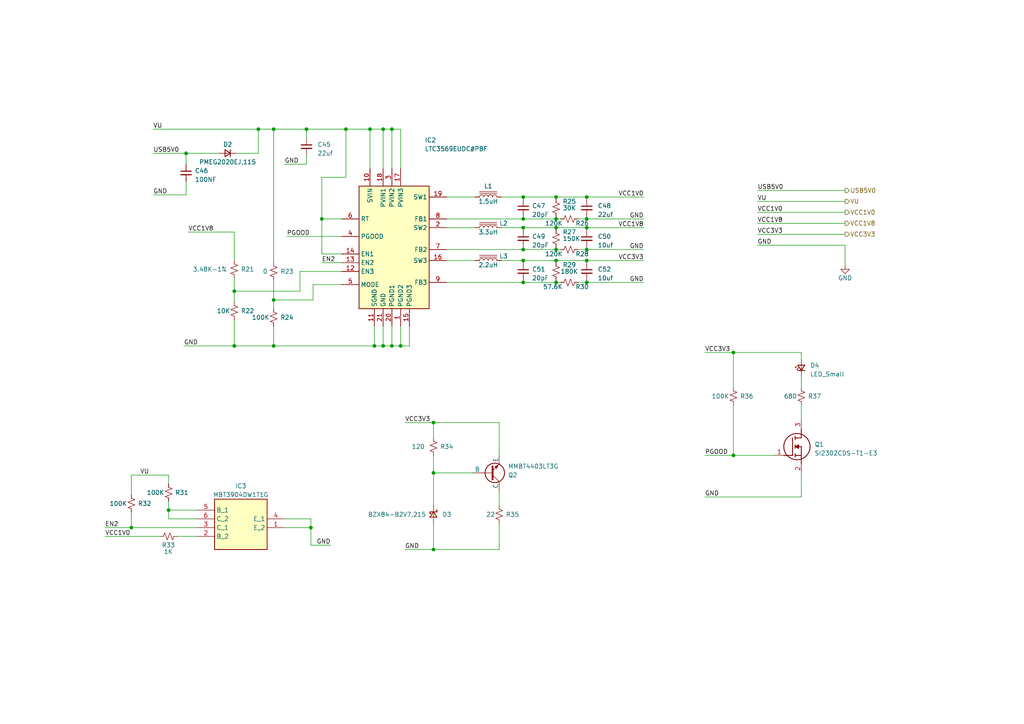
<source format=kicad_sch>
(kicad_sch (version 20230121) (generator eeschema)
  (paper "A4")
  (lib_symbols
    (symbol "Device:C_Small" (pin_numbers hide) (pin_names (offset 0.254) hide)
      (property "Reference" "C" (at 0.254 1.778 0))
      (property "Value" "C_Small" (at 0.254 -2.032 0))
      (symbol "C_Small_0_1"
        (polyline (pts (xy -1.524 -0.508) (xy 1.524 -0.508)) (stroke (width 0.3302)))
        (polyline (pts (xy -1.524 0.508) (xy 1.524 0.508)) (stroke (width 0.3048)))
      )
      (symbol "C_Small_1_1"
        (pin passive line (at 0 2.54 270) (length 2.032) (name "~") (number "1"))
        (pin passive line (at 0 -2.54 90) (length 2.032) (name "~") (number "2"))
      )
    )
    (symbol "Device:D_Schottky_Small" (pin_numbers hide) (pin_names (offset 0.254) hide)
      (property "Reference" "D3" (at 0 2.54 90))
      (property "Value" "BZX84-B2V7,215" (at 0 -19.05 90))
      (symbol "D_Schottky_Small_0_1"
        (polyline (pts (xy -0.762 0) (xy 0.762 0)))
        (polyline (pts (xy -1.27 0.762) (xy -1.27 1.016) (xy -0.762 1.016) (xy -0.762 -1.016) (xy -0.254 -1.016) (xy -0.254 -0.762)) (stroke (width 0.254)))
      )
      (symbol "D_Schottky_Small_1_1"
        (polyline (pts (xy 0.762 -1.016) (xy -0.762 0) (xy 0.762 1.016) (xy 0.762 -1.016)) (stroke (width 0.254)) (fill (type background)))
        (pin passive line (at -2.54 0 0) (length 1.778) (name "K") (number "1"))
        (pin passive line (at 2.54 0 180) (length 1.778) (name "A") (number "2"))
      )
    )
    (symbol "Device:D_Small" (pin_numbers hide) (pin_names (offset 0.254) hide)
      (property "Reference" "D" (at -1.27 2.032 0))
      (property "Value" "D_Small" (at -3.81 -2.032 0))
      (symbol "D_Small_0_1"
        (polyline (pts (xy -0.762 -1.016) (xy -0.762 1.016)) (stroke (width 0.254)))
        (polyline (pts (xy -0.762 0) (xy 0.762 0)))
        (polyline (pts (xy 0.762 -1.016) (xy -0.762 0) (xy 0.762 1.016) (xy 0.762 -1.016)) (stroke (width 0.254)))
      )
      (symbol "D_Small_1_1"
        (pin passive line (at -2.54 0 0) (length 1.778) (name "K") (number "1"))
        (pin passive line (at 2.54 0 180) (length 1.778) (name "A") (number "2"))
      )
    )
    (symbol "Device:LED_Small" (pin_numbers hide) (pin_names (offset 0.254) hide)
      (property "Reference" "D" (at -1.27 3.175 0))
      (property "Value" "LED_Small" (at -4.445 -2.54 0))
      (symbol "LED_Small_0_1"
        (polyline (pts (xy -0.762 -1.016) (xy -0.762 1.016)) (stroke (width 0.254)))
        (polyline (pts (xy 1.016 0) (xy -0.762 0)))
        (polyline (pts (xy 0.762 -1.016) (xy -0.762 0) (xy 0.762 1.016) (xy 0.762 -1.016)) (stroke (width 0.254)))
        (polyline (pts (xy 0 0.762) (xy -0.508 1.27) (xy -0.254 1.27) (xy -0.508 1.27) (xy -0.508 1.016)))
        (polyline (pts (xy 0.508 1.27) (xy 0 1.778) (xy 0.254 1.778) (xy 0 1.778) (xy 0 1.524)))
      )
      (symbol "LED_Small_1_1"
        (pin passive line (at -2.54 0 0) (length 1.778) (name "K") (number "1"))
        (pin passive line (at 2.54 0 180) (length 1.778) (name "A") (number "2"))
      )
    )
    (symbol "Device:L_Iron" (pin_numbers hide) (pin_names (offset 1.016) hide)
      (property "Reference" "L" (at -1.27 0 90))
      (property "Value" "L_Iron" (at 2.794 0 90))
      (symbol "L_Iron_0_1"
        (arc (start 0 -2.54) (mid 0.6323 -1.905) (end 0 -1.27))
        (arc (start 0 -1.27) (mid 0.6323 -0.635) (end 0 0))
        (polyline (pts (xy 1.016 2.54) (xy 1.016 -2.54)))
        (polyline (pts (xy 1.524 -2.54) (xy 1.524 2.54)))
        (arc (start 0 0) (mid 0.6323 0.635) (end 0 1.27))
        (arc (start 0 1.27) (mid 0.6323 1.905) (end 0 2.54))
      )
      (symbol "L_Iron_1_1"
        (pin passive line (at 0 3.81 270) (length 1.27) (name "1") (number "1"))
        (pin passive line (at 0 -3.81 90) (length 1.27) (name "2") (number "2"))
      )
    )
    (symbol "Device:R_Small_US" (pin_numbers hide) (pin_names (offset 0.254) hide)
      (property "Reference" "R" (at 0.762 0.508 0))
      (property "Value" "R_Small_US" (at 0.762 -1.016 0))
      (symbol "R_Small_US_1_1"
        (polyline (pts (xy 0 0) (xy 1.016 -0.381) (xy 0 -0.762) (xy -1.016 -1.143) (xy 0 -1.524)))
        (polyline (pts (xy 0 1.524) (xy 1.016 1.143) (xy 0 0.762) (xy -1.016 0.381) (xy 0 0)))
        (pin passive line (at 0 2.54 270) (length 1.016) (name "~") (number "1"))
        (pin passive line (at 0 -2.54 90) (length 1.016) (name "~") (number "2"))
      )
    )
    (symbol "SamacSys_Parts:LTC3569EUDC#PBF"
      (property "Reference" "IC2" (at 24.13 26.035 0))
      (property "Value" "LTC3569EUDC#PBF" (at 24.13 23.495 0))
      (symbol "LTC3569EUDC#PBF_1_1"
        (rectangle (start 5.08 12.7) (end 25.4 -22.86) (stroke (width 0.254)) (fill (type background)))
        (pin passive line (at 17.145 -27.94 90) (length 5.08) (name "PGND2") (number "1"))
        (pin passive line (at 8.255 17.78 270) (length 5.08) (name "SVIN") (number "10"))
        (pin passive line (at 9.525 -27.94 90) (length 5.08) (name "SGND") (number "11"))
        (pin passive line (at 0 -12.065 0) (length 5.08) (name "EN3") (number "12"))
        (pin passive line (at 0 -9.525 0) (length 5.08) (name "EN2") (number "13"))
        (pin passive line (at 0 -6.985 0) (length 5.08) (name "EN1") (number "14"))
        (pin passive line (at 19.685 -27.94 90) (length 5.08) (name "PGND3") (number "15"))
        (pin passive line (at 30.48 -8.89 180) (length 5.08) (name "SW3") (number "16"))
        (pin passive line (at 17.145 17.78 270) (length 5.08) (name "PVIN3") (number "17"))
        (pin passive line (at 12.065 17.78 270) (length 5.08) (name "PVIN1") (number "18"))
        (pin passive line (at 30.48 9.525 180) (length 5.08) (name "SW1") (number "19"))
        (pin passive line (at 30.48 0.635 180) (length 5.08) (name "SW2") (number "2"))
        (pin passive line (at 14.605 -27.94 90) (length 5.08) (name "PGND1") (number "20"))
        (pin passive line (at 12.065 -27.94 90) (length 5.08) (name "GND") (number "21"))
        (pin passive line (at 14.605 17.78 270) (length 5.08) (name "PVIN2") (number "3"))
        (pin passive line (at 0 -1.905 0) (length 5.08) (name "PGOOD") (number "4"))
        (pin passive line (at 0 -15.875 0) (length 5.08) (name "MODE") (number "5"))
        (pin passive line (at 0 3.175 0) (length 5.08) (name "RT") (number "6"))
        (pin passive line (at 30.48 -5.715 180) (length 5.08) (name "FB2") (number "7"))
        (pin passive line (at 30.48 3.175 180) (length 5.08) (name "FB1") (number "8"))
        (pin passive line (at 30.48 -15.24 180) (length 5.08) (name "FB3") (number "9"))
      )
    )
    (symbol "SamacSys_Parts:MBT3904DW1T1G"
      (property "Reference" "IC3" (at 12.7 6.35 0))
      (property "Value" "MBT3904DW1T1G" (at 12.7 3.81 0))
      (symbol "MBT3904DW1T1G_1_1"
        (rectangle (start 5.08 2.54) (end 20.32 -12.065) (stroke (width 0.254)) (fill (type background)))
        (pin passive line (at 25.4 -5.715 180) (length 5.08) (name "E_2") (number "1"))
        (pin passive line (at 0 -8.255 0) (length 5.08) (name "B_2") (number "2"))
        (pin passive line (at 0 -5.715 0) (length 5.08) (name "C_1") (number "3"))
        (pin passive line (at 25.4 -3.175 180) (length 5.08) (name "E_1") (number "4"))
        (pin passive line (at 0 -0.635 0) (length 5.08) (name "B_1") (number "5"))
        (pin passive line (at 0 -3.175 0) (length 5.08) (name "C_2") (number "6"))
      )
    )
    (symbol "SamacSys_Parts:SI2302CDS-T1-E3" (pin_names hide)
      (property "Reference" "Q" (at 11.43 3.81 0))
      (property "Value" "SI2302CDS-T1-E3" (at 11.43 1.27 0))
      (symbol "SI2302CDS-T1-E3_1_1"
        (polyline (pts (xy 2.54 0) (xy 5.08 0)) (stroke (width 0.254)))
        (polyline (pts (xy 5.08 5.08) (xy 5.08 0)) (stroke (width 0.254)))
        (polyline (pts (xy 5.842 -0.508) (xy 5.842 0.508)) (stroke (width 0.254)))
        (polyline (pts (xy 5.842 0) (xy 7.62 0)) (stroke (width 0.254)))
        (polyline (pts (xy 5.842 2.032) (xy 5.842 3.048)) (stroke (width 0.254)))
        (polyline (pts (xy 5.842 5.588) (xy 5.842 4.572)) (stroke (width 0.254)))
        (polyline (pts (xy 7.62 2.54) (xy 5.842 2.54)) (stroke (width 0.254)))
        (polyline (pts (xy 7.62 2.54) (xy 7.62 -2.54)) (stroke (width 0.254)))
        (polyline (pts (xy 7.62 5.08) (xy 5.842 5.08)) (stroke (width 0.254)))
        (polyline (pts (xy 7.62 5.08) (xy 7.62 7.62)) (stroke (width 0.254)))
        (polyline (pts (xy 5.842 2.54) (xy 6.858 3.048) (xy 6.858 2.032) (xy 5.842 2.54)) (stroke (width 0.254)) (fill (type outline)))
        (circle (center 6.35 2.54) (radius 3.81) (stroke (width 0.254)))
        (pin passive line (at 0 0 0) (length 2.54) (name "G") (number "1"))
        (pin passive line (at 7.62 -5.08 90) (length 2.54) (name "S") (number "2"))
        (pin passive line (at 7.62 10.16 270) (length 2.54) (name "D") (number "3"))
      )
    )
    (symbol "Simulation_SPICE:NPN" (pin_numbers hide) (pin_names (offset 0))
      (property "Reference" "Q2" (at 5.08 0.635 0))
      (property "Value" "NPN" (at 5.08 -1.905 0))
      (symbol "NPN_0_1"
        (polyline (pts (xy -2.54 0) (xy 0.635 0)) (stroke (width 0.1524)))
        (polyline (pts (xy 0.635 0.635) (xy 2.54 2.54)))
        (polyline (pts (xy 2.794 -1.27) (xy 2.794 -1.27)) (stroke (width 0.1524)))
        (polyline (pts (xy 2.794 -1.27) (xy 2.794 -1.27)) (stroke (width 0.1524)))
        (polyline (pts (xy 0.635 -0.635) (xy 2.54 -2.54) (xy 2.54 -2.54)))
        (polyline (pts (xy 0.635 1.905) (xy 0.635 -1.905) (xy 0.635 -1.905)) (stroke (width 0.508)))
        (polyline (pts (xy 1.27 -1.778) (xy 1.778 -1.27) (xy 2.286 -2.286) (xy 1.27 -1.778) (xy 1.27 -1.778)) (fill (type outline)))
        (circle (center 1.27 0) (radius 2.8194) (stroke (width 0.254)))
      )
      (symbol "NPN_1_1"
        (pin input line (at -5.08 0 0) (length 2.54) (name "B") (number "1"))
        (pin open_emitter line (at 2.54 -5.08 90) (length 2.54) (name "E") (number "2"))
        (pin open_collector line (at 2.54 5.08 270) (length 2.54) (name "C") (number "3"))
      )
    )
    (symbol "power:GND" (power) (pin_names (offset 0))
      (property "Value" "GND" (at 0 -3.81 0))
      (symbol "GND_0_1"
        (polyline (pts (xy 0 0) (xy 0 -1.27) (xy 1.27 -1.27) (xy 0 -2.54) (xy -1.27 -1.27) (xy 0 -1.27)))
      )
      (symbol "GND_1_1"
        (pin power_in line (at 0 0 270) (length 0) hide (name "GND") (number "1"))
      )
    )
  )
  (junction (at 88.9 37.465))
  (junction (at 108.585 100.33))
  (junction (at 107.315 37.465))
  (junction (at 90.17 153.035))
  (junction (at 79.375 100.33))
  (junction (at 151.765 72.39))
  (junction (at 212.725 102.235))
  (junction (at 38.1 153.035))
  (junction (at 111.125 100.33))
  (junction (at 170.18 57.15))
  (junction (at 161.29 75.565))
  (junction (at 151.765 66.04))
  (junction (at 67.945 100.33))
  (junction (at 170.18 81.915))
  (junction (at 79.375 37.465))
  (junction (at 161.29 81.915))
  (junction (at 125.73 122.555))
  (junction (at 161.29 72.39))
  (junction (at 125.73 137.16))
  (junction (at 212.725 132.08))
  (junction (at 151.765 75.565))
  (junction (at 67.945 84.455))
  (junction (at 151.765 63.5))
  (junction (at 48.895 147.955))
  (junction (at 113.665 100.33))
  (junction (at 161.29 66.04))
  (junction (at 125.73 159.385))
  (junction (at 116.205 100.33))
  (junction (at 53.975 44.45))
  (junction (at 111.125 37.465))
  (junction (at 161.29 63.5))
  (junction (at 170.18 72.39))
  (junction (at 170.18 75.565))
  (junction (at 151.765 81.915))
  (junction (at 170.18 66.04))
  (junction (at 161.29 57.15))
  (junction (at 113.665 37.465))
  (junction (at 170.18 63.5))
  (junction (at 100.33 37.465))
  (junction (at 93.345 63.5))
  (junction (at 74.93 37.465))
  (junction (at 79.375 86.995))
  (junction (at 151.765 57.15))
  (wire (pts (xy 219.71 67.945) (xy 245.11 67.945)))
  (wire (pts (xy 86.995 78.74) (xy 86.995 84.455)))
  (wire (pts (xy 145.415 75.565) (xy 151.765 75.565)))
  (wire (pts (xy 48.895 137.795) (xy 38.1 137.795)))
  (wire (pts (xy 93.345 51.435) (xy 100.33 51.435)))
  (wire (pts (xy 125.73 122.555) (xy 144.78 122.555)))
  (wire (pts (xy 161.29 75.565) (xy 161.29 76.2)))
  (wire (pts (xy 99.06 73.66) (xy 93.345 73.66)))
  (wire (pts (xy 144.78 159.385) (xy 144.78 151.765)))
  (wire (pts (xy 161.29 72.39) (xy 162.56 72.39)))
  (wire (pts (xy 79.375 86.995) (xy 79.375 81.28)))
  (wire (pts (xy 30.48 153.035) (xy 38.1 153.035)))
  (wire (pts (xy 212.725 112.395) (xy 212.725 102.235)))
  (wire (pts (xy 57.15 153.035) (xy 38.1 153.035)))
  (wire (pts (xy 219.71 61.595) (xy 245.11 61.595)))
  (wire (pts (xy 212.725 132.08) (xy 224.79 132.08)))
  (wire (pts (xy 167.64 63.5) (xy 170.18 63.5)))
  (wire (pts (xy 99.06 82.55) (xy 90.805 82.55)))
  (wire (pts (xy 219.71 55.245) (xy 245.11 55.245)))
  (wire (pts (xy 170.18 57.15) (xy 186.69 57.15)))
  (wire (pts (xy 93.345 63.5) (xy 93.345 51.435)))
  (wire (pts (xy 204.47 132.08) (xy 212.725 132.08)))
  (wire (pts (xy 67.945 84.455) (xy 67.945 87.63)))
  (wire (pts (xy 144.78 142.24) (xy 144.78 146.685)))
  (wire (pts (xy 88.9 45.085) (xy 88.9 47.625)))
  (wire (pts (xy 232.41 144.145) (xy 232.41 137.16)))
  (wire (pts (xy 167.64 72.39) (xy 170.18 72.39)))
  (wire (pts (xy 51.435 155.575) (xy 57.15 155.575)))
  (wire (pts (xy 129.54 66.04) (xy 137.795 66.04)))
  (wire (pts (xy 219.71 64.77) (xy 245.11 64.77)))
  (wire (pts (xy 219.71 58.42) (xy 245.11 58.42)))
  (wire (pts (xy 170.18 66.04) (xy 186.69 66.04)))
  (wire (pts (xy 170.18 75.565) (xy 170.18 76.2)))
  (wire (pts (xy 161.29 57.15) (xy 161.29 57.785)))
  (wire (pts (xy 170.18 81.915) (xy 186.69 81.915)))
  (wire (pts (xy 161.29 81.915) (xy 162.56 81.915)))
  (wire (pts (xy 151.765 66.04) (xy 161.29 66.04)))
  (wire (pts (xy 93.345 76.2) (xy 99.06 76.2)))
  (wire (pts (xy 111.125 37.465) (xy 111.125 48.895)))
  (wire (pts (xy 125.73 159.385) (xy 144.78 159.385)))
  (wire (pts (xy 100.33 51.435) (xy 100.33 37.465)))
  (wire (pts (xy 151.765 62.865) (xy 151.765 63.5)))
  (wire (pts (xy 212.725 102.235) (xy 204.47 102.235)))
  (wire (pts (xy 151.765 81.28) (xy 151.765 81.915)))
  (wire (pts (xy 116.205 100.33) (xy 116.205 94.615)))
  (wire (pts (xy 79.375 94.615) (xy 79.375 100.33)))
  (wire (pts (xy 167.64 81.915) (xy 170.18 81.915)))
  (wire (pts (xy 44.45 37.465) (xy 74.93 37.465)))
  (wire (pts (xy 108.585 100.33) (xy 111.125 100.33)))
  (wire (pts (xy 79.375 86.995) (xy 79.375 89.535)))
  (wire (pts (xy 161.29 72.39) (xy 161.29 71.755)))
  (wire (pts (xy 170.18 72.39) (xy 186.69 72.39)))
  (wire (pts (xy 48.895 147.955) (xy 57.15 147.955)))
  (wire (pts (xy 125.73 146.685) (xy 125.73 137.16)))
  (wire (pts (xy 48.895 147.955) (xy 48.895 150.495)))
  (wire (pts (xy 170.18 57.15) (xy 170.18 57.785)))
  (wire (pts (xy 82.55 153.035) (xy 90.17 153.035)))
  (wire (pts (xy 161.29 63.5) (xy 151.765 63.5)))
  (wire (pts (xy 79.375 37.465) (xy 88.9 37.465)))
  (wire (pts (xy 232.41 102.235) (xy 232.41 104.14)))
  (wire (pts (xy 151.765 75.565) (xy 161.29 75.565)))
  (wire (pts (xy 151.765 66.04) (xy 151.765 66.675)))
  (wire (pts (xy 161.29 81.915) (xy 161.29 81.28)))
  (wire (pts (xy 232.41 117.475) (xy 232.41 121.92)))
  (wire (pts (xy 151.765 57.15) (xy 151.765 57.785)))
  (wire (pts (xy 161.29 63.5) (xy 162.56 63.5)))
  (wire (pts (xy 170.18 66.04) (xy 170.18 66.675)))
  (wire (pts (xy 99.06 78.74) (xy 86.995 78.74)))
  (wire (pts (xy 88.9 37.465) (xy 100.33 37.465)))
  (wire (pts (xy 117.475 122.555) (xy 125.73 122.555)))
  (wire (pts (xy 67.945 75.565) (xy 67.945 67.31)))
  (wire (pts (xy 38.1 153.035) (xy 38.1 148.59)))
  (wire (pts (xy 129.54 81.915) (xy 151.765 81.915)))
  (wire (pts (xy 86.995 84.455) (xy 67.945 84.455)))
  (wire (pts (xy 145.415 57.15) (xy 151.765 57.15)))
  (wire (pts (xy 125.73 137.16) (xy 137.16 137.16)))
  (wire (pts (xy 129.54 63.5) (xy 151.765 63.5)))
  (wire (pts (xy 116.205 37.465) (xy 116.205 48.895)))
  (wire (pts (xy 145.415 66.04) (xy 151.765 66.04)))
  (wire (pts (xy 212.725 117.475) (xy 212.725 132.08)))
  (wire (pts (xy 204.47 144.145) (xy 232.41 144.145)))
  (wire (pts (xy 83.185 68.58) (xy 99.06 68.58)))
  (wire (pts (xy 107.315 37.465) (xy 111.125 37.465)))
  (wire (pts (xy 53.34 100.33) (xy 67.945 100.33)))
  (wire (pts (xy 161.29 72.39) (xy 151.765 72.39)))
  (wire (pts (xy 90.17 158.115) (xy 95.885 158.115)))
  (wire (pts (xy 63.5 44.45) (xy 53.975 44.45)))
  (wire (pts (xy 113.665 100.33) (xy 113.665 94.615)))
  (wire (pts (xy 170.18 75.565) (xy 186.69 75.565)))
  (wire (pts (xy 161.29 57.15) (xy 170.18 57.15)))
  (wire (pts (xy 79.375 100.33) (xy 108.585 100.33)))
  (wire (pts (xy 90.17 150.495) (xy 90.17 153.035)))
  (wire (pts (xy 53.975 52.705) (xy 53.975 56.515)))
  (wire (pts (xy 30.48 155.575) (xy 46.355 155.575)))
  (wire (pts (xy 74.93 44.45) (xy 74.93 37.465)))
  (wire (pts (xy 88.9 37.465) (xy 88.9 40.005)))
  (wire (pts (xy 100.33 37.465) (xy 107.315 37.465)))
  (wire (pts (xy 111.125 100.33) (xy 113.665 100.33)))
  (wire (pts (xy 79.375 37.465) (xy 79.375 76.2)))
  (wire (pts (xy 245.11 71.12) (xy 245.11 76.835)))
  (wire (pts (xy 151.765 57.15) (xy 161.29 57.15)))
  (wire (pts (xy 125.73 132.08) (xy 125.73 137.16)))
  (wire (pts (xy 90.805 82.55) (xy 90.805 86.995)))
  (wire (pts (xy 57.15 150.495) (xy 48.895 150.495)))
  (wire (pts (xy 170.18 81.915) (xy 170.18 81.28)))
  (wire (pts (xy 93.345 73.66) (xy 93.345 63.5)))
  (wire (pts (xy 107.315 37.465) (xy 107.315 48.895)))
  (wire (pts (xy 67.945 92.71) (xy 67.945 100.33)))
  (wire (pts (xy 44.45 44.45) (xy 53.975 44.45)))
  (wire (pts (xy 82.55 47.625) (xy 88.9 47.625)))
  (wire (pts (xy 117.475 159.385) (xy 125.73 159.385)))
  (wire (pts (xy 53.975 44.45) (xy 53.975 47.625)))
  (wire (pts (xy 125.73 151.765) (xy 125.73 159.385)))
  (wire (pts (xy 116.205 100.33) (xy 118.745 100.33)))
  (wire (pts (xy 151.765 71.755) (xy 151.765 72.39)))
  (wire (pts (xy 118.745 100.33) (xy 118.745 94.615)))
  (wire (pts (xy 125.73 127) (xy 125.73 122.555)))
  (wire (pts (xy 144.78 132.08) (xy 144.78 122.555)))
  (wire (pts (xy 129.54 57.15) (xy 137.795 57.15)))
  (wire (pts (xy 113.665 37.465) (xy 116.205 37.465)))
  (wire (pts (xy 232.41 109.22) (xy 232.41 112.395)))
  (wire (pts (xy 68.58 44.45) (xy 74.93 44.45)))
  (wire (pts (xy 170.18 72.39) (xy 170.18 71.755)))
  (wire (pts (xy 113.665 37.465) (xy 113.665 48.895)))
  (wire (pts (xy 48.895 145.415) (xy 48.895 147.955)))
  (wire (pts (xy 170.18 63.5) (xy 186.69 63.5)))
  (wire (pts (xy 161.29 63.5) (xy 161.29 62.865)))
  (wire (pts (xy 219.71 71.12) (xy 245.11 71.12)))
  (wire (pts (xy 38.1 137.795) (xy 38.1 143.51)))
  (wire (pts (xy 90.17 153.035) (xy 90.17 158.115)))
  (wire (pts (xy 212.725 102.235) (xy 232.41 102.235)))
  (wire (pts (xy 151.765 75.565) (xy 151.765 76.2)))
  (wire (pts (xy 161.29 81.915) (xy 151.765 81.915)))
  (wire (pts (xy 161.29 75.565) (xy 170.18 75.565)))
  (wire (pts (xy 113.665 100.33) (xy 116.205 100.33)))
  (wire (pts (xy 161.29 66.04) (xy 170.18 66.04)))
  (wire (pts (xy 129.54 72.39) (xy 151.765 72.39)))
  (wire (pts (xy 161.29 66.04) (xy 161.29 66.675)))
  (wire (pts (xy 111.125 100.33) (xy 111.125 94.615)))
  (wire (pts (xy 67.945 100.33) (xy 79.375 100.33)))
  (wire (pts (xy 90.805 86.995) (xy 79.375 86.995)))
  (wire (pts (xy 93.345 63.5) (xy 99.06 63.5)))
  (wire (pts (xy 170.18 63.5) (xy 170.18 62.865)))
  (wire (pts (xy 108.585 100.33) (xy 108.585 94.615)))
  (wire (pts (xy 67.945 80.645) (xy 67.945 84.455)))
  (wire (pts (xy 44.45 56.515) (xy 53.975 56.515)))
  (wire (pts (xy 54.61 67.31) (xy 67.945 67.31)))
  (wire (pts (xy 74.93 37.465) (xy 79.375 37.465)))
  (wire (pts (xy 129.54 75.565) (xy 137.795 75.565)))
  (wire (pts (xy 82.55 150.495) (xy 90.17 150.495)))
  (wire (pts (xy 48.895 140.335) (xy 48.895 137.795)))
  (wire (pts (xy 111.125 37.465) (xy 113.665 37.465)))
  (label "VCC3V3" (at 204.47 102.235 0))
  (label "GND" (at 186.69 63.5 180))
  (label "EN2" (at 30.48 153.035 0))
  (label "GND" (at 95.885 158.115 180))
  (label "GND" (at 82.55 47.625 0))
  (label "VCC1V0" (at 30.48 155.575 0))
  (label "GND" (at 186.69 72.39 180))
  (label "GND" (at 44.45 56.515 0))
  (label "VCC3V3" (at 186.69 75.565 180))
  (label "VCC1V0" (at 186.69 57.15 180))
  (label "VCC3V3" (at 219.71 67.945 0))
  (label "PGOOD" (at 83.185 68.58 0))
  (label "EN2" (at 93.345 76.2 0))
  (label "USB5V0" (at 219.71 55.245 0))
  (label "VU" (at 219.71 58.42 0))
  (label "VCC3V3" (at 117.475 122.555 0))
  (label "PGOOD" (at 204.47 132.08 0))
  (label "GND" (at 204.47 144.145 0))
  (label "GND" (at 117.475 159.385 0))
  (label "USB5V0" (at 44.45 44.45 0))
  (label "GND" (at 219.71 71.12 0))
  (label "GND" (at 53.34 100.33 0))
  (label "VU" (at 40.64 137.795 0))
  (label "VCC1V8" (at 54.61 67.31 0))
  (label "GND" (at 186.69 81.915 180))
  (label "VCC1V8" (at 219.71 64.77 0))
  (label "VCC1V8" (at 186.69 66.04 180))
  (label "VU" (at 44.45 37.465 0))
  (label "VCC1V0" (at 219.71 61.595 0))
  (hierarchical_label "VCC1V8" (shape output) (at 245.11 64.77 0))
  (hierarchical_label "VCC3V3" (shape output) (at 245.11 67.945 0))
  (hierarchical_label "USB5V0" (shape output) (at 245.11 55.245 0))
  (hierarchical_label "VU" (shape output) (at 245.11 58.42 0))
  (hierarchical_label "VCC1V0" (shape output) (at 245.11 61.595 0))
  (symbol (lib_id "Device:R_Small_US") (at 48.895 142.875 0) (unit 1)
    (property "Reference" "R31" (at 50.8 142.875 0) (effects (justify left)))
    (property "Value" "100K" (at 42.545 142.875 0) (effects (justify left)))
    (property "Footprint" "Resistor_SMD:R_0402_1005Metric_Pad0.72x0.64mm_HandSolder" (effects hide))
  )
  (symbol (lib_id "Device:R_Small_US") (at 48.895 155.575 90) (unit 1)
    (property "Reference" "R33" (at 50.8 158.115 90) (effects (justify left)))
    (property "Value" "1K" (at 50.165 160.02 90) (effects (justify left)))
    (property "Footprint" "Resistor_SMD:R_0402_1005Metric_Pad0.72x0.64mm_HandSolder" (effects hide))
  )
  (symbol (lib_id "Device:R_Small_US") (at 161.29 60.325 0) (unit 1)
    (property "Reference" "R25" (at 163.195 58.42 0) (effects (justify left)))
    (property "Value" "30K" (at 163.195 60.325 0) (effects (justify left)))
    (property "Footprint" "Resistor_SMD:R_0402_1005Metric_Pad0.72x0.64mm_HandSolder" (effects hide))
  )
  (symbol (lib_id "Device:D_Small") (at 66.04 44.45 180) (unit 1)
    (property "Reference" "D2" (at 66.04 41.91 0))
    (property "Value" "PMEG2020EJ,115" (at 66.04 46.99 0))
    (property "Footprint" "Diode_SMD:D_SOD-323F" (effects hide))
    (property "Sim.Device" "D" (effects hide))
    (property "Sim.Pins" "1=K 2=A" (effects hide))
  )
  (symbol (lib_id "Device:R_Small_US") (at 79.375 78.74 0) (unit 1)
    (property "Reference" "R23" (at 81.28 78.74 0) (effects (justify left)))
    (property "Value" "0" (at 76.2 78.74 0) (effects (justify left)))
    (property "Footprint" "Resistor_SMD:R_0402_1005Metric_Pad0.72x0.64mm_HandSolder" (effects hide))
  )
  (symbol (lib_id "Device:R_Small_US") (at 165.1 63.5 90) (unit 1)
    (property "Reference" "R26" (at 170.815 64.77 90) (effects (justify left)))
    (property "Value" "120K" (at 163.195 64.77 90) (effects (justify left)))
    (property "Footprint" "Resistor_SMD:R_0402_1005Metric_Pad0.72x0.64mm_HandSolder" (effects hide))
  )
  (symbol (lib_id "SamacSys_Parts:MBT3904DW1T1G") (at 57.15 147.32 0) (unit 1)
    (property "Reference" "IC3" (at 69.85 140.97 0))
    (property "Value" "MBT3904DW1T1G" (at 69.85 143.51 0))
    (property "Footprint" "SamacSys_Parts:SOT65P210X110-6N" (effects hide))
    (property "Datasheet" "http://www.onsemi.com/pub/Collateral/MBT3904DW1T1-D.PDF" (effects hide))
    (property "Height" "1.1" (effects hide))
    (property "Manufacturer_Name" "onsemi" (effects hide))
    (property "Manufacturer_Part_Number" "MBT3904DW1T1G" (effects hide))
    (property "Mouser Part Number" "863-MBT3904DW1T1G" (effects hide))
    (property "Mouser Price/Stock" "https://www.mouser.co.uk/ProductDetail/onsemi/MBT3904DW1T1G?qs=3JMERSakebosaBSFCYL6kw%3D%3D" (effects hide))
    (property "Arrow Part Number" "MBT3904DW1T1G" (effects hide))
    (property "Arrow Price/Stock" "https://www.arrow.com/en/products/mbt3904dw1t1g/on-semiconductor?region=nac" (effects hide))
  )
  (symbol (lib_id "Device:C_Small") (at 88.9 42.545 0) (unit 1)
    (property "Reference" "C45" (at 92.075 41.9163 0) (effects (justify left)))
    (property "Value" "22uf" (at 92.075 44.4563 0) (effects (justify left)))
    (property "Footprint" "Capacitor_SMD:C_0402_1005Metric_Pad0.74x0.62mm_HandSolder" (effects hide))
  )
  (symbol (lib_id "Device:C_Small") (at 53.975 50.165 0) (unit 1)
    (property "Reference" "C46" (at 56.515 49.5363 0) (effects (justify left)))
    (property "Value" "100NF" (at 56.515 52.0763 0) (effects (justify left)))
    (property "Footprint" "Capacitor_SMD:C_0402_1005Metric_Pad0.74x0.62mm_HandSolder" (effects hide))
  )
  (symbol (lib_id "Device:R_Small_US") (at 161.29 78.74 0) (unit 1)
    (property "Reference" "R29" (at 163.195 76.835 0) (effects (justify left)))
    (property "Value" "180K" (at 162.56 78.74 0) (effects (justify left)))
    (property "Footprint" "Resistor_SMD:R_0402_1005Metric_Pad0.72x0.64mm_HandSolder" (effects hide))
  )
  (symbol (lib_id "power:GND") (at 245.11 76.835 0) (unit 1)
    (property "Reference" "#PWR019" (effects hide))
    (property "Value" "GND" (at 245.11 80.645 0))
  )
  (symbol (lib_id "Device:R_Small_US") (at 212.725 114.935 0) (unit 1)
    (property "Reference" "R36" (at 214.63 114.935 0) (effects (justify left)))
    (property "Value" "100K" (at 206.375 114.935 0) (effects (justify left)))
    (property "Footprint" "Resistor_SMD:R_0402_1005Metric_Pad0.72x0.64mm_HandSolder" (effects hide))
  )
  (symbol (lib_id "Device:L_Iron") (at 141.605 75.565 90) (unit 1)
    (property "Reference" "L3" (at 146.05 74.295 90))
    (property "Value" "2.2uH" (at 141.605 76.835 90))
    (property "Footprint" "Inductor_SMD:L_0805_2012Metric" (effects hide))
  )
  (symbol (lib_id "Device:R_Small_US") (at 165.1 72.39 90) (unit 1)
    (property "Reference" "R28" (at 170.815 73.66 90) (effects (justify left)))
    (property "Value" "120K" (at 163.195 73.66 90) (effects (justify left)))
    (property "Footprint" "Resistor_SMD:R_0402_1005Metric_Pad0.72x0.64mm_HandSolder" (effects hide))
  )
  (symbol (lib_id "Device:R_Small_US") (at 144.78 149.225 0) (unit 1)
    (property "Reference" "R35" (at 146.685 149.225 0) (effects (justify left)))
    (property "Value" "22" (at 140.97 149.225 0) (effects (justify left)))
    (property "Footprint" "Resistor_SMD:R_0402_1005Metric_Pad0.72x0.64mm_HandSolder" (effects hide))
  )
  (symbol (lib_id "Device:C_Small") (at 170.18 60.325 0) (unit 1)
    (property "Reference" "C48" (at 173.355 59.6963 0) (effects (justify left)))
    (property "Value" "22uf" (at 173.355 62.2363 0) (effects (justify left)))
    (property "Footprint" "Capacitor_SMD:C_0402_1005Metric_Pad0.74x0.62mm_HandSolder" (effects hide))
  )
  (symbol (lib_id "Device:R_Small_US") (at 67.945 78.105 0) (unit 1)
    (property "Reference" "R21" (at 69.85 78.105 0) (effects (justify left)))
    (property "Value" "3.48K-1%" (at 55.88 78.105 0) (effects (justify left)))
    (property "Footprint" "Resistor_SMD:R_0402_1005Metric_Pad0.72x0.64mm_HandSolder" (effects hide))
  )
  (symbol (lib_id "Simulation_SPICE:NPN") (at 142.24 137.16 0) (mirror x) (unit 1)
    (property "Reference" "Q2" (at 147.32 137.795 0) (effects (justify left)))
    (property "Value" "MMBT4403LT3G" (at 147.32 135.255 0) (effects (justify left)))
    (property "Footprint" "SamacSys_Parts:SOT96P237X111-3N" (effects hide))
    (property "Sim.Device" "NPN" (effects hide))
    (property "Sim.Type" "GUMMELPOON" (effects hide))
    (property "Sim.Pins" "1=C 2=B 3=E" (effects hide))
  )
  (symbol (lib_id "Device:R_Small_US") (at 67.945 90.17 0) (unit 1)
    (property "Reference" "R22" (at 69.85 90.17 0) (effects (justify left)))
    (property "Value" "10K" (at 62.865 90.17 0) (effects (justify left)))
    (property "Footprint" "Resistor_SMD:R_0402_1005Metric_Pad0.72x0.64mm_HandSolder" (effects hide))
  )
  (symbol (lib_id "Device:R_Small_US") (at 161.29 69.215 0) (unit 1)
    (property "Reference" "R27" (at 163.195 67.31 0) (effects (justify left)))
    (property "Value" "150K" (at 163.195 69.215 0) (effects (justify left)))
    (property "Footprint" "Resistor_SMD:R_0402_1005Metric_Pad0.72x0.64mm_HandSolder" (effects hide))
  )
  (symbol (lib_id "Device:L_Iron") (at 141.605 57.15 90) (unit 1)
    (property "Reference" "L1" (at 141.605 53.975 90))
    (property "Value" "1.5uH" (at 141.605 58.42 90))
    (property "Footprint" "Inductor_SMD:L_0805_2012Metric" (effects hide))
  )
  (symbol (lib_id "Device:C_Small") (at 151.765 78.74 0) (unit 1)
    (property "Reference" "C51" (at 154.305 78.1113 0) (effects (justify left)))
    (property "Value" "20pF" (at 154.305 80.6513 0) (effects (justify left)))
    (property "Footprint" "Capacitor_SMD:C_0402_1005Metric_Pad0.74x0.62mm_HandSolder" (effects hide))
  )
  (symbol (lib_id "Device:R_Small_US") (at 232.41 114.935 0) (unit 1)
    (property "Reference" "R37" (at 234.315 114.935 0) (effects (justify left)))
    (property "Value" "680" (at 227.33 114.935 0) (effects (justify left)))
    (property "Footprint" "Resistor_SMD:R_0402_1005Metric_Pad0.72x0.64mm_HandSolder" (effects hide))
  )
  (symbol (lib_id "Device:R_Small_US") (at 165.1 81.915 90) (unit 1)
    (property "Reference" "R30" (at 170.815 83.185 90) (effects (justify left)))
    (property "Value" "57.6K" (at 163.195 83.185 90) (effects (justify left)))
    (property "Footprint" "Resistor_SMD:R_0402_1005Metric_Pad0.72x0.64mm_HandSolder" (effects hide))
  )
  (symbol (lib_id "Device:LED_Small") (at 232.41 106.68 90) (unit 1)
    (property "Reference" "D4" (at 234.95 105.9815 90) (effects (justify right)))
    (property "Value" "LED_Small" (at 234.95 108.5215 90) (effects (justify right)))
    (property "Footprint" "LED_SMD:LED_0402_1005Metric_Pad0.77x0.64mm_HandSolder" (effects hide))
  )
  (symbol (lib_id "Device:D_Schottky_Small") (at 125.73 149.225 270) (unit 1)
    (property "Reference" "D3" (at 128.27 149.225 90) (effects (justify left)))
    (property "Value" "BZX84-B2V7,215" (at 106.68 149.225 90) (effects (justify left)))
    (property "Footprint" "SamacSys_Parts:BZX84B2V7215" (effects hide))
  )
  (symbol (lib_id "Device:C_Small") (at 170.18 69.215 0) (unit 1)
    (property "Reference" "C50" (at 173.355 68.5863 0) (effects (justify left)))
    (property "Value" "10uf" (at 173.355 71.1263 0) (effects (justify left)))
    (property "Footprint" "Capacitor_SMD:C_0402_1005Metric_Pad0.74x0.62mm_HandSolder" (effects hide))
  )
  (symbol (lib_id "Device:R_Small_US") (at 79.375 92.075 0) (unit 1)
    (property "Reference" "R24" (at 81.28 92.075 0) (effects (justify left)))
    (property "Value" "100K" (at 73.025 92.075 0) (effects (justify left)))
    (property "Footprint" "Resistor_SMD:R_0402_1005Metric_Pad0.72x0.64mm_HandSolder" (effects hide))
  )
  (symbol (lib_id "Device:R_Small_US") (at 38.1 146.05 0) (unit 1)
    (property "Reference" "R32" (at 40.005 146.05 0) (effects (justify left)))
    (property "Value" "100K" (at 31.75 146.05 0) (effects (justify left)))
    (property "Footprint" "Resistor_SMD:R_0402_1005Metric_Pad0.72x0.64mm_HandSolder" (effects hide))
  )
  (symbol (lib_id "Device:C_Small") (at 170.18 78.74 0) (unit 1)
    (property "Reference" "C52" (at 173.355 78.1113 0) (effects (justify left)))
    (property "Value" "10uf" (at 173.355 80.6513 0) (effects (justify left)))
    (property "Footprint" "Capacitor_SMD:C_0402_1005Metric_Pad0.74x0.62mm_HandSolder" (effects hide))
  )
  (symbol (lib_id "Device:L_Iron") (at 141.605 66.04 90) (unit 1)
    (property "Reference" "L2" (at 146.05 64.77 90))
    (property "Value" "3.3uH" (at 141.605 67.31 90))
    (property "Footprint" "Inductor_SMD:L_0805_2012Metric" (effects hide))
  )
  (symbol (lib_id "Device:C_Small") (at 151.765 60.325 0) (unit 1)
    (property "Reference" "C47" (at 154.305 59.6963 0) (effects (justify left)))
    (property "Value" "20pF" (at 154.305 62.2363 0) (effects (justify left)))
    (property "Footprint" "Capacitor_SMD:C_0402_1005Metric_Pad0.74x0.62mm_HandSolder" (effects hide))
  )
  (symbol (lib_id "Device:C_Small") (at 151.765 69.215 0) (unit 1)
    (property "Reference" "C49" (at 154.305 68.5863 0) (effects (justify left)))
    (property "Value" "20pF" (at 154.305 71.1263 0) (effects (justify left)))
    (property "Footprint" "Capacitor_SMD:C_0402_1005Metric_Pad0.74x0.62mm_HandSolder" (effects hide))
  )
  (symbol (lib_id "SamacSys_Parts:LTC3569EUDC#PBF") (at 99.06 66.675 0) (unit 1)
    (property "Reference" "IC2" (at 123.19 40.64 0) (effects (justify left)))
    (property "Value" "LTC3569EUDC#PBF" (at 123.19 43.18 0) (effects (justify left)))
    (property "Footprint" "SamacSys_Parts:QFN50P300X400X80-21N-D" (effects hide))
    (property "Datasheet" "https://www.analog.com/media/en/technical-documentation/data-sheets/3569fe.pdf" (effects hide))
    (property "Height" "0.8" (effects hide))
    (property "Manufacturer_Name" "Analog Devices" (effects hide))
    (property "Manufacturer_Part_Number" "LTC3569EUDC#PBF" (effects hide))
    (property "Mouser Part Number" "584-LTC3569EUDC#PBF" (effects hide))
    (property "Mouser Price/Stock" "https://www.mouser.co.uk/ProductDetail/Analog-Devices/LTC3569EUDCPBF?qs=hVkxg5c3xu818hAhfgLwrw%3D%3D" (effects hide))
    (property "Arrow Part Number" "LTC3569EUDC#PBF" (effects hide))
    (property "Arrow Price/Stock" "https://www.arrow.com/en/products/ltc3569eudcpbf/analog-devices" (effects hide))
  )
  (symbol (lib_id "SamacSys_Parts:SI2302CDS-T1-E3") (at 224.79 132.08 0) (unit 1)
    (property "Reference" "Q1" (at 236.22 128.905 0) (effects (justify left)))
    (property "Value" "SI2302CDS-T1-E3" (at 236.22 131.445 0) (effects (justify left)))
    (property "Footprint" "SamacSys_Parts:SOT95P237X112-3N" (effects hide))
    (property "Datasheet" "https://labcenter.componentsearchengine.com/Datasheets/2/SI2302CDS-T1-E3.pdf" (effects hide))
    (property "Height" "1.12" (effects hide))
    (property "Manufacturer_Name" "Vishay" (effects hide))
    (property "Manufacturer_Part_Number" "SI2302CDS-T1-E3" (effects hide))
    (property "Mouser Part Number" "781-SI2302CDS-E3" (effects hide))
    (property "Mouser Price/Stock" "https://www.mouser.co.uk/ProductDetail/Vishay-Semiconductors/SI2302CDS-T1-E3?qs=%252BPu8jn5UVnHNrjAmGCs%2Fuw%3D%3D" (effects hide))
    (property "Arrow Part Number" "SI2302CDS-T1-E3" (effects hide))
    (property "Arrow Price/Stock" "https://www.arrow.com/en/products/si2302cds-t1-e3/vishay?region=nac" (effects hide))
  )
  (symbol (lib_id "Device:R_Small_US") (at 125.73 129.54 0) (unit 1)
    (property "Reference" "R34" (at 127.635 129.54 0) (effects (justify left)))
    (property "Value" "120" (at 119.38 129.54 0) (effects (justify left)))
    (property "Footprint" "Resistor_SMD:R_0402_1005Metric_Pad0.72x0.64mm_HandSolder" (effects hide))
  )
)
</source>
